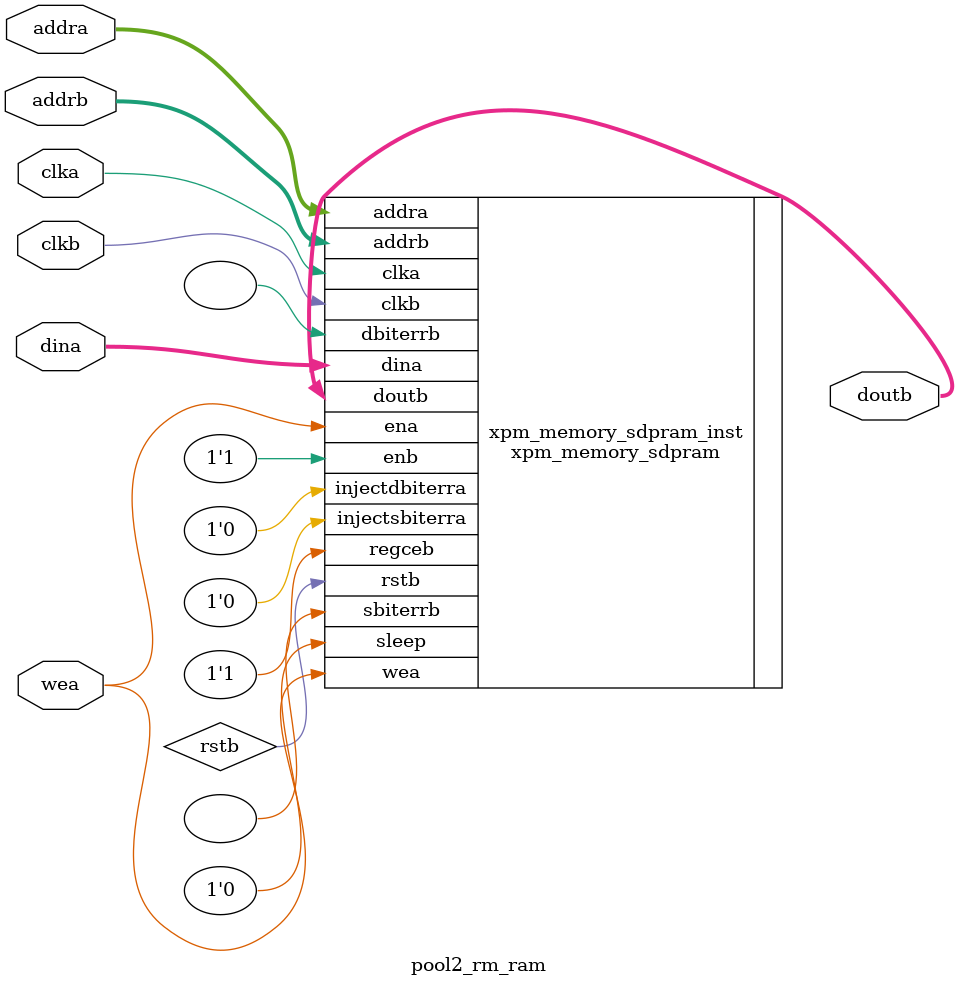
<source format=v>
module pool2_rm_ram(clka, wea, addra, dina, clkb, addrb, doutb);
  input clka;
  input [0:0]wea;
  input [11:0]addra;
  input [127:0]dina;
  input clkb;
  input [11:0]addrb;
  output [127:0]doutb;

   // xpm_memory_sdpram: Simple Dual Port RAM
   // Xilinx Parameterized Macro, version 2020.2

   xpm_memory_sdpram #(
      .ADDR_WIDTH_A(12),               // DECIMAL
      .ADDR_WIDTH_B(12),               // DECIMAL
      .AUTO_SLEEP_TIME(0),            // DECIMAL
      .BYTE_WRITE_WIDTH_A(128),        // DECIMAL
      .CASCADE_HEIGHT(0),             // DECIMAL
      .CLOCKING_MODE("common_clock"), // String
      .ECC_MODE("no_ecc"),            // String
      .MEMORY_INIT_FILE("none"),      // String
      .MEMORY_INIT_PARAM("0"),        // String
      .MEMORY_OPTIMIZATION("true"),   // String
      .MEMORY_PRIMITIVE("ultra"),      // String
      .MEMORY_SIZE(276480),             // DECIMAL
      .MESSAGE_CONTROL(0),            // DECIMAL
      .READ_DATA_WIDTH_B(128),         // DECIMAL
      .READ_LATENCY_B(2),             // DECIMAL
      .READ_RESET_VALUE_B("0"),       // String
      .RST_MODE_A("SYNC"),            // String
      .RST_MODE_B("SYNC"),            // String
      .SIM_ASSERT_CHK(0),             // DECIMAL; 0=disable simulation messages, 1=enable simulation messages
      .USE_EMBEDDED_CONSTRAINT(0),    // DECIMAL
      .USE_MEM_INIT(0),               // DECIMAL
      .WAKEUP_TIME("disable_sleep"),  // String
      .WRITE_DATA_WIDTH_A(128),        // DECIMAL
      .WRITE_MODE_B("read_first")      // String
   )
   xpm_memory_sdpram_inst (
      .dbiterrb(),             // 1-bit output: Status signal to indicate double bit error occurrence
                                       // on the data output of port B.

      .doutb(doutb),                   // READ_DATA_WIDTH_B-bit output: Data output for port B read operations.
      .sbiterrb(),             // 1-bit output: Status signal to indicate single bit error occurrence
                                       // on the data output of port B.

      .addra(addra),                   // ADDR_WIDTH_A-bit input: Address for port A write operations.
      .addrb(addrb),                   // ADDR_WIDTH_B-bit input: Address for port B read operations.
      .clka(clka),                     // 1-bit input: Clock signal for port A. Also clocks port B when
                                       // parameter CLOCKING_MODE is "common_clock".

      .clkb(clkb),                     // 1-bit input: Clock signal for port B when parameter CLOCKING_MODE is
                                       // "independent_clock". Unused when parameter CLOCKING_MODE is
                                       // "common_clock".

      .dina(dina),                     // WRITE_DATA_WIDTH_A-bit input: Data input for port A write operations.
      .ena(wea),                       // 1-bit input: Memory enable signal for port A. Must be high on clock
                                       // cycles when write operations are initiated. Pipelined internally.

      .enb(1'b1),                       // 1-bit input: Memory enable signal for port B. Must be high on clock
                                       // cycles when read operations are initiated. Pipelined internally.

      .injectdbiterra(1'b0), // 1-bit input: Controls double bit error injection on input data when
                                       // ECC enabled (Error injection capability is not available in
                                       // "decode_only" mode).

      .injectsbiterra(1'b0), // 1-bit input: Controls single bit error injection on input data when
                                       // ECC enabled (Error injection capability is not available in
                                       // "decode_only" mode).

      .regceb(1'b1),                 // 1-bit input: Clock Enable for the last register stage on the output
                                       // data path.

      .rstb(rstb),                     // 1-bit input: Reset signal for the final port B output register stage.
                                       // Synchronously resets output port doutb to the value specified by
                                       // parameter READ_RESET_VALUE_B.

      .sleep(1'b0),                   // 1-bit input: sleep signal to enable the dynamic power saving feature.
      .wea(wea)                        // WRITE_DATA_WIDTH_A/BYTE_WRITE_WIDTH_A-bit input: Write enable vector
                                       // for port A input data port dina. 1 bit wide when word-wide writes are
                                       // used. In byte-wide write configurations, each bit controls the
                                       // writing one byte of dina to address addra. For example, to
                                       // synchronously write only bits [15-8] of dina when WRITE_DATA_WIDTH_A
                                       // is 32, wea would be 4'b0010.

   );

   // End of xpm_memory_sdpram_inst instantiation


endmodule

</source>
